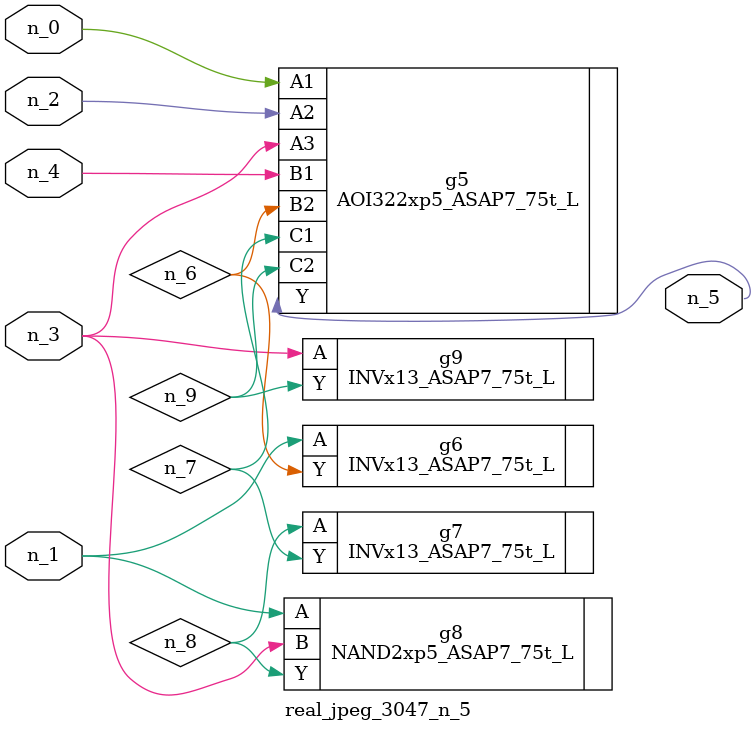
<source format=v>
module real_jpeg_3047_n_5 (n_4, n_0, n_1, n_2, n_3, n_5);

input n_4;
input n_0;
input n_1;
input n_2;
input n_3;

output n_5;

wire n_8;
wire n_6;
wire n_7;
wire n_9;

AOI322xp5_ASAP7_75t_L g5 ( 
.A1(n_0),
.A2(n_2),
.A3(n_3),
.B1(n_4),
.B2(n_6),
.C1(n_7),
.C2(n_9),
.Y(n_5)
);

INVx13_ASAP7_75t_L g6 ( 
.A(n_1),
.Y(n_6)
);

NAND2xp5_ASAP7_75t_L g8 ( 
.A(n_1),
.B(n_3),
.Y(n_8)
);

INVx13_ASAP7_75t_L g9 ( 
.A(n_3),
.Y(n_9)
);

INVx13_ASAP7_75t_L g7 ( 
.A(n_8),
.Y(n_7)
);


endmodule
</source>
